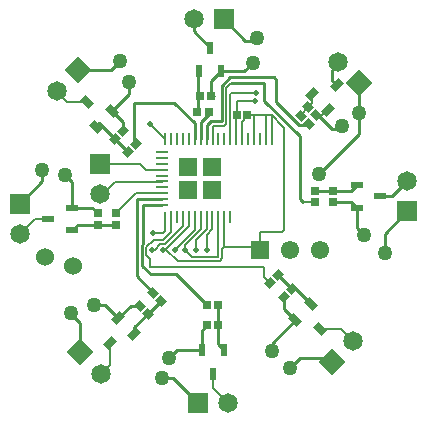
<source format=gtl>
G04 Layer_Physical_Order=1*
G04 Layer_Color=25308*
%FSLAX25Y25*%
%MOIN*%
G70*
G01*
G75*
G04:AMPARAMS|DCode=10|XSize=27.56mil|YSize=29.53mil|CornerRadius=0mil|HoleSize=0mil|Usage=FLASHONLY|Rotation=315.000|XOffset=0mil|YOffset=0mil|HoleType=Round|Shape=Rectangle|*
%AMROTATEDRECTD10*
4,1,4,-0.02018,-0.00070,0.00070,0.02018,0.02018,0.00070,-0.00070,-0.02018,-0.02018,-0.00070,0.0*
%
%ADD10ROTATEDRECTD10*%

G04:AMPARAMS|DCode=11|XSize=23.62mil|YSize=39.37mil|CornerRadius=0mil|HoleSize=0mil|Usage=FLASHONLY|Rotation=225.000|XOffset=0mil|YOffset=0mil|HoleType=Round|Shape=Rectangle|*
%AMROTATEDRECTD11*
4,1,4,-0.00557,0.02227,0.02227,-0.00557,0.00557,-0.02227,-0.02227,0.00557,-0.00557,0.02227,0.0*
%
%ADD11ROTATEDRECTD11*%

%ADD12R,0.02756X0.02953*%
%ADD13R,0.03937X0.02362*%
G04:AMPARAMS|DCode=14|XSize=27.56mil|YSize=29.53mil|CornerRadius=0mil|HoleSize=0mil|Usage=FLASHONLY|Rotation=45.000|XOffset=0mil|YOffset=0mil|HoleType=Round|Shape=Rectangle|*
%AMROTATEDRECTD14*
4,1,4,0.00070,-0.02018,-0.02018,0.00070,-0.00070,0.02018,0.02018,-0.00070,0.00070,-0.02018,0.0*
%
%ADD14ROTATEDRECTD14*%

G04:AMPARAMS|DCode=15|XSize=23.62mil|YSize=39.37mil|CornerRadius=0mil|HoleSize=0mil|Usage=FLASHONLY|Rotation=315.000|XOffset=0mil|YOffset=0mil|HoleType=Round|Shape=Rectangle|*
%AMROTATEDRECTD15*
4,1,4,-0.02227,-0.00557,0.00557,0.02227,0.02227,0.00557,-0.00557,-0.02227,-0.02227,-0.00557,0.0*
%
%ADD15ROTATEDRECTD15*%

%ADD16R,0.02953X0.02756*%
%ADD17R,0.02362X0.03937*%
%ADD18R,0.03937X0.00984*%
%ADD19R,0.00984X0.03937*%
%ADD20R,0.05906X0.05906*%
%ADD21R,0.02677X0.02520*%
%ADD22C,0.00787*%
%ADD23C,0.01000*%
%ADD24C,0.06000*%
%ADD25C,0.06500*%
%ADD26P,0.09192X4X270.0*%
%ADD27R,0.06500X0.06500*%
%ADD28P,0.09192X4X360.0*%
%ADD29R,0.06500X0.06500*%
%ADD30R,0.06102X0.06102*%
%ADD31C,0.06102*%
%ADD32C,0.02000*%
%ADD33C,0.05000*%
D10*
X265102Y341480D02*
D03*
X262457Y338835D02*
D03*
X269433Y337149D02*
D03*
X266788Y334504D02*
D03*
X318756Y286079D02*
D03*
X321401Y288724D02*
D03*
X314032Y290804D02*
D03*
X316677Y293448D02*
D03*
D11*
X256045Y342997D02*
D03*
X261334Y348286D02*
D03*
X253122Y351209D02*
D03*
X327814Y283775D02*
D03*
X322524Y278486D02*
D03*
X330737Y275563D02*
D03*
D12*
X256693Y314075D02*
D03*
Y310335D02*
D03*
X262598Y314075D02*
D03*
Y310335D02*
D03*
X335039Y317815D02*
D03*
Y321555D02*
D03*
X329134Y317815D02*
D03*
Y321555D02*
D03*
D13*
X248031Y308465D02*
D03*
Y315945D02*
D03*
X240158Y312205D02*
D03*
X342913Y323425D02*
D03*
Y315945D02*
D03*
X350787Y319685D02*
D03*
D14*
X275056Y287543D02*
D03*
X277700Y284898D02*
D03*
X270725Y283212D02*
D03*
X273370Y280567D02*
D03*
X326913Y343953D02*
D03*
X324268Y346598D02*
D03*
X329275Y346709D02*
D03*
X326630Y349354D02*
D03*
D15*
X268814Y273761D02*
D03*
X263525Y279051D02*
D03*
X260602Y270838D02*
D03*
X328036Y353798D02*
D03*
X333325Y348508D02*
D03*
X336248Y356721D02*
D03*
D16*
X293130Y283465D02*
D03*
X296870D02*
D03*
X293130Y276772D02*
D03*
X296870D02*
D03*
X294390Y353150D02*
D03*
X290650D02*
D03*
X293602Y347835D02*
D03*
X289862D02*
D03*
D17*
X298740Y268504D02*
D03*
X291260D02*
D03*
X295000Y260630D02*
D03*
X290354Y361417D02*
D03*
X297835D02*
D03*
X294094Y369291D02*
D03*
D18*
X278031Y324705D02*
D03*
Y322736D02*
D03*
Y320768D02*
D03*
Y318799D02*
D03*
Y316831D02*
D03*
Y326673D02*
D03*
Y328642D02*
D03*
Y330610D02*
D03*
Y332579D02*
D03*
Y334567D02*
D03*
D19*
X279134Y312642D02*
D03*
X281102Y312697D02*
D03*
X283071D02*
D03*
X285039D02*
D03*
X287008D02*
D03*
X288976D02*
D03*
X290945D02*
D03*
X292913D02*
D03*
X294882D02*
D03*
X300787D02*
D03*
X298819D02*
D03*
X296850D02*
D03*
X296890Y338681D02*
D03*
X298858D02*
D03*
X300827D02*
D03*
X302795D02*
D03*
X304764D02*
D03*
X306732D02*
D03*
X308701D02*
D03*
X310669D02*
D03*
X312638D02*
D03*
X314606D02*
D03*
X294921D02*
D03*
X292953D02*
D03*
X290984D02*
D03*
X289016D02*
D03*
X287047D02*
D03*
X285079D02*
D03*
X283110D02*
D03*
X281142D02*
D03*
X279173D02*
D03*
D20*
X294724Y321752D02*
D03*
X286850D02*
D03*
Y329626D02*
D03*
X294724D02*
D03*
D21*
X303031Y346732D02*
D03*
X306496D02*
D03*
D22*
X278346Y307480D02*
X279134Y308268D01*
X275197Y307480D02*
X278346D01*
X279134Y308268D02*
Y312642D01*
X331526Y346709D02*
X333325Y348508D01*
X329275Y346709D02*
X331526D01*
X326630Y349354D02*
X328036Y350759D01*
X324268Y346992D02*
X326630Y349354D01*
X328036Y350759D02*
Y353798D01*
X324268Y346598D02*
Y346992D01*
X262283Y324606D02*
X278031D01*
X272638Y328543D02*
X278031D01*
X270590Y330591D02*
X272638Y328543D01*
X258268Y330591D02*
X270590D01*
X298819Y302756D02*
Y312598D01*
X296850Y299606D02*
Y312697D01*
X292913Y308812D02*
Y312697D01*
X290945Y308737D02*
Y312697D01*
X288976Y308661D02*
Y312697D01*
X325098Y317815D02*
X329134D01*
X274153Y343701D02*
X279173Y338681D01*
X308701D02*
Y346850D01*
X312638D01*
X274803Y301969D02*
X275596D01*
X285827Y303619D02*
X290945Y308737D01*
X292913Y306919D02*
X294882Y308888D01*
Y312697D01*
X298189Y302126D02*
X298819Y302756D01*
X298189Y299052D02*
Y302126D01*
X297405Y298268D02*
X298189Y299052D01*
X289370Y305269D02*
X292913Y308812D01*
X285827Y301969D02*
Y303619D01*
X282283Y301969D02*
X288976Y308661D01*
X279533Y301969D02*
X283234Y298268D01*
X297405D01*
X285827Y301969D02*
X288189Y299606D01*
X296850D01*
X292913Y301969D02*
Y306919D01*
X289370Y301969D02*
Y305269D01*
X275596Y301969D02*
X277541Y303913D01*
X274091Y296063D02*
X311922D01*
X312638Y338681D02*
Y346850D01*
X314606Y338583D02*
Y346850D01*
X312638D02*
X314567D01*
X318898Y308661D02*
Y342384D01*
X318155Y343127D02*
X318898Y342384D01*
X318155Y343127D02*
Y343262D01*
X314567Y346850D02*
X318155Y343262D01*
X304764Y338681D02*
Y344530D01*
X305315Y345081D01*
Y346850D01*
X308701D01*
X303091Y346791D02*
Y351417D01*
X302795Y338681D02*
Y346496D01*
X303031Y346732D01*
X303091Y346791D01*
X300827Y338681D02*
Y345002D01*
X300748Y345081D02*
X300827Y345002D01*
X300748Y345081D02*
Y348383D01*
X300827Y348462D01*
X294921Y338681D02*
Y343268D01*
X298780D01*
X299409Y343898D01*
X318110Y307874D02*
X318898Y308661D01*
X310866Y307874D02*
X318110D01*
X311922Y292913D02*
Y296063D01*
Y292913D02*
X314032Y290804D01*
X272858Y300024D02*
Y302774D01*
Y300024D02*
X274091Y298791D01*
Y296063D02*
Y298791D01*
X279335Y302320D02*
X287008Y309994D01*
X279035Y303913D02*
X285039Y309918D01*
X277541Y303913D02*
X279035D01*
X285039Y309918D02*
Y312697D01*
X287008Y309994D02*
Y312697D01*
X281102Y307874D02*
Y312697D01*
X278480Y305252D02*
X281102Y307874D01*
X275336Y305252D02*
X278480D01*
X272858Y302774D02*
X275336Y305252D01*
X258268Y320590D02*
X262283Y324606D01*
X269291Y320768D02*
X278031D01*
X262598Y314075D02*
X269291Y320768D01*
X330866Y301969D02*
X331496Y301339D01*
X235709Y312205D02*
X240158D01*
X230709Y307205D02*
X235709Y312205D01*
X260602Y263373D02*
Y270838D01*
X257866Y260638D02*
X260602Y263373D01*
X295000Y255787D02*
Y260630D01*
Y255787D02*
X300000Y250787D01*
X330737Y275563D02*
X337808D01*
X341724Y271646D01*
X246444Y351209D02*
X253122D01*
X242921Y354732D02*
X246444Y351209D01*
X298819Y302756D02*
X310079D01*
X310866Y301969D02*
Y307874D01*
X299409Y343898D02*
Y355709D01*
X301181Y357480D01*
X300827Y348462D02*
Y353780D01*
X301378Y354331D01*
X309449D01*
X303091Y351417D02*
X309055D01*
D23*
X329275Y346146D02*
X330570D01*
X326913Y343953D02*
X327312D01*
X337008Y342126D02*
X338189Y343307D01*
X330570Y346146D02*
X334590Y342126D01*
X337008D01*
X343693Y347646D02*
Y356701D01*
X288701Y374685D02*
Y378740D01*
Y374685D02*
X294094Y369291D01*
X257143Y344094D02*
X257198D01*
X256045Y342997D02*
X257143Y344094D01*
X257198D02*
X262457Y338835D01*
X266788Y334504D01*
X261334Y348286D02*
X266929Y353881D01*
Y357874D01*
X249992Y361803D02*
X261016D01*
X264173Y364961D01*
X248031Y308465D02*
X249902Y310335D01*
X256693D01*
X262598D01*
X248031Y315945D02*
Y324409D01*
X245669Y326772D02*
X248031Y324409D01*
X230709Y317205D02*
X238189Y324685D01*
Y328346D01*
X268814Y273761D02*
Y276012D01*
X273370Y280567D01*
X277700Y284898D01*
X259111Y283465D02*
X263525Y279051D01*
X255512Y283465D02*
X259111D01*
X250795Y267709D02*
Y277551D01*
X248819Y279528D02*
X250795Y277551D01*
X296870Y270374D02*
X298740Y268504D01*
X296870Y270374D02*
Y276772D01*
Y283465D01*
X283189Y268504D02*
X291260D01*
X280433Y265748D02*
X283189Y268504D01*
X281732Y259055D02*
X290000Y250787D01*
X324024Y265756D02*
X333866D01*
X320866Y262598D02*
X324024Y265756D01*
X314567Y270528D02*
X322524Y278486D01*
X314567Y268110D02*
Y270528D01*
X341043Y321555D02*
X342913Y323425D01*
X329134Y321555D02*
X335039D01*
X341043D01*
X350787Y319685D02*
X354842D01*
X359842Y324685D01*
X352362Y307205D02*
X359842Y314685D01*
X352362Y300787D02*
Y307205D01*
X316677Y293448D02*
X321401Y288724D01*
X322865D01*
X327814Y283775D01*
X335039Y317815D02*
X341043D01*
X342913Y315945D01*
X318756Y282254D02*
Y286079D01*
Y282254D02*
X322524Y278486D01*
X291260Y274902D02*
X293130Y276772D01*
X291260Y268504D02*
Y274902D01*
X263525Y279051D02*
X267687Y283212D01*
X270725D01*
X248031Y315945D02*
X254823D01*
X256693Y314075D01*
X265102Y341480D02*
Y344518D01*
X261334Y348286D02*
X265102Y344518D01*
X278071Y259055D02*
X281732D01*
X342913Y309055D02*
Y315945D01*
Y309055D02*
X345276Y306693D01*
X282142Y350929D02*
X289016Y344055D01*
Y338681D02*
Y344055D01*
X294488Y354134D02*
X295472Y353150D01*
X294488Y354134D02*
Y358071D01*
X297835Y361417D01*
X292953Y338681D02*
Y343343D01*
X294323Y344713D01*
X290984Y338681D02*
Y344616D01*
X293602Y347234D01*
X334646Y358324D02*
Y361795D01*
X336622Y363772D01*
X290158Y360507D02*
X290354Y361417D01*
X334646Y358324D02*
X336248Y356721D01*
X316224Y351098D02*
X323794Y343528D01*
X326488D01*
X326913Y343953D01*
X316224Y351098D02*
Y358579D01*
X315272Y359531D02*
X316224Y358579D01*
X312205Y351575D02*
Y357480D01*
Y351575D02*
X324016Y339764D01*
Y318898D02*
Y339764D01*
Y318898D02*
X325098Y317815D01*
X274335Y293701D02*
X282894D01*
X293130Y283465D01*
X271752Y316831D02*
X278031D01*
X271752Y303711D02*
Y316831D01*
X271413Y303373D02*
X271752Y303711D01*
X271413Y296622D02*
Y303373D01*
Y296622D02*
X274335Y293701D01*
X269587Y318799D02*
X278031D01*
X269587Y293012D02*
X275056Y287543D01*
X269587Y293012D02*
Y318799D01*
X268756Y350929D02*
X282142D01*
X268756Y337825D02*
Y350929D01*
Y337825D02*
X269433Y337149D01*
X330315Y327165D02*
X343693Y340543D01*
Y347646D01*
X298701Y378740D02*
X305787Y371654D01*
X309055D01*
X297835Y361417D02*
X305512D01*
X308268Y364173D01*
X294323Y344713D02*
X297965D01*
X300870Y359531D02*
X315272D01*
X301181Y357480D02*
X312205D01*
X290158Y347441D02*
Y360507D01*
X297965Y344713D02*
Y356626D01*
X300870Y359531D01*
D24*
X238976Y299606D02*
D03*
X248425Y296457D02*
D03*
D25*
X242921Y354732D02*
D03*
X230709Y307205D02*
D03*
X257866Y260638D02*
D03*
X300000Y250787D02*
D03*
X341724Y271646D02*
D03*
X359842Y324685D02*
D03*
X336622Y364559D02*
D03*
X288701Y378740D02*
D03*
X257480Y320590D02*
D03*
D26*
X249992Y361803D02*
D03*
X334653Y264575D02*
D03*
D27*
X230709Y317205D02*
D03*
X359842Y314685D02*
D03*
X257480Y330591D02*
D03*
D28*
X250795Y267709D02*
D03*
X343693Y357488D02*
D03*
D29*
X290000Y250787D02*
D03*
X298701Y378740D02*
D03*
D30*
X310866Y301969D02*
D03*
D31*
X320866D02*
D03*
X330866D02*
D03*
D32*
X275197Y307480D02*
D03*
X274213Y343898D02*
D03*
X274803Y301969D02*
D03*
X278346D02*
D03*
X292913D02*
D03*
X282283D02*
D03*
X285827D02*
D03*
X289370D02*
D03*
X309449Y354331D02*
D03*
X309055Y351417D02*
D03*
D33*
X338189Y343307D02*
D03*
X264173Y364961D02*
D03*
X266929Y357874D02*
D03*
X238189Y328346D02*
D03*
X245669Y326772D02*
D03*
X247638Y280709D02*
D03*
X255512Y283465D02*
D03*
X280433Y265748D02*
D03*
X314567Y268110D02*
D03*
X320866Y262598D02*
D03*
X352362Y300787D02*
D03*
X278071Y259055D02*
D03*
X345276Y306693D02*
D03*
X343693Y347646D02*
D03*
X330315Y327165D02*
D03*
X309842Y372441D02*
D03*
X308268Y364173D02*
D03*
M02*

</source>
